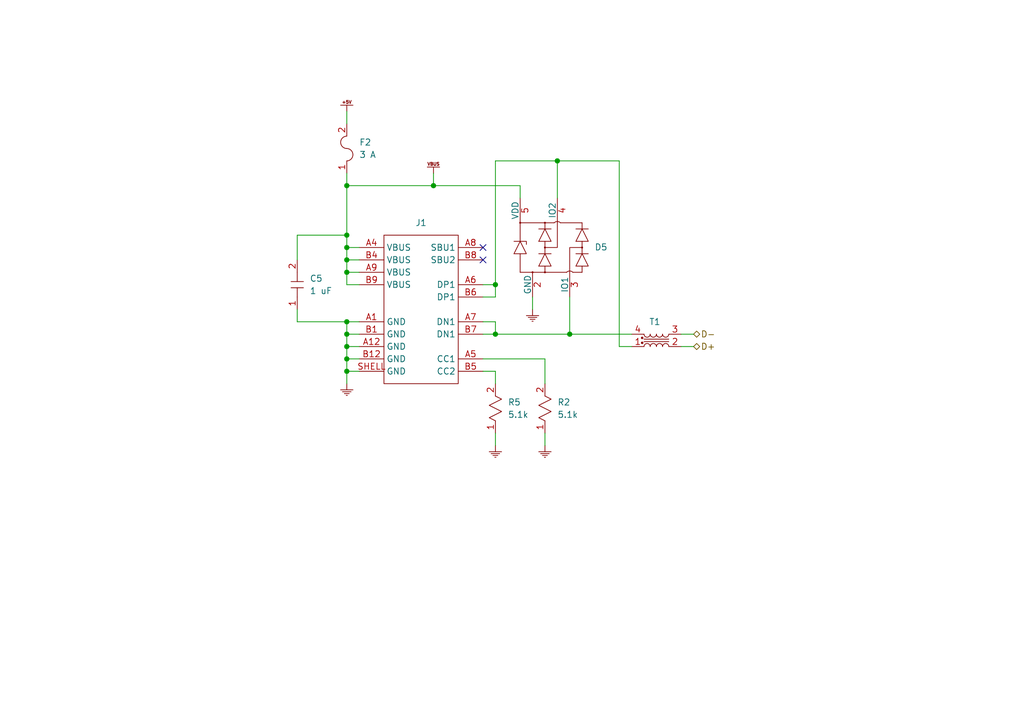
<source format=kicad_sch>
(kicad_sch (version 20230121) (generator eeschema)
  (paper "A5")
  (lib_symbols
    (symbol "+5V_1" (power) (pin_names (offset 0))
      (symbol "+5V_1_0_1"
        (polyline (pts (xy -1.27 1.27) (xy 1.27 1.27)))
        (polyline (pts (xy 0 0) (xy 0 1.27)))
      )
      (symbol "+5V_1_1_1"
        (text "+5V" (at 0 1.905 0) (effects (font (size 0.635 0.635))))
        (pin power_in line (at 0 0 90) (length 0) hide (name "+5V") (number "1"))
      )
    )
    (symbol "GND_2" (power) (pin_names (offset 0))
      (symbol "GND_2_0_1"
        (polyline (pts (xy -1.27 -1.27) (xy 1.27 -1.27)))
        (polyline (pts (xy -0.889 -1.651) (xy 0.889 -1.651)))
        (polyline (pts (xy -0.508 -2.032) (xy 0.508 -2.032)))
        (polyline (pts (xy -0.127 -2.413) (xy 0.127 -2.413)))
        (polyline (pts (xy 0 0) (xy 0 -1.27)))
      )
      (symbol "GND_2_1_1"
        (pin power_in line (at 0 0 270) (length 0) hide (name "GND") (number "1"))
      )
    )
    (symbol "GND_3" (power) (pin_names (offset 0))
      (symbol "GND_3_0_1"
        (polyline (pts (xy -1.27 -1.27) (xy 1.27 -1.27)))
        (polyline (pts (xy -0.889 -1.651) (xy 0.889 -1.651)))
        (polyline (pts (xy -0.508 -2.032) (xy 0.508 -2.032)))
        (polyline (pts (xy -0.127 -2.413) (xy 0.127 -2.413)))
        (polyline (pts (xy 0 0) (xy 0 -1.27)))
      )
      (symbol "GND_3_1_1"
        (pin power_in line (at 0 0 270) (length 0) hide (name "GND") (number "1"))
      )
    )
    (symbol "zandmd:744232090" (pin_names (offset 0))
      (property "Reference" "T" (at 0 0 0))
      (symbol "744232090_0_1"
        (polyline (pts (xy 2.54 1.016) (xy 7.62 1.016)))
        (polyline (pts (xy 2.54 1.524) (xy 7.62 1.524)))
        (arc (start 2.54 2.54) (mid 3.175 1.9162) (end 3.81 2.54))
        (arc (start 3.81 0) (mid 3.175 0.6238) (end 2.54 0))
        (arc (start 3.81 2.54) (mid 4.445 1.9162) (end 5.08 2.54))
        (arc (start 5.08 0) (mid 4.445 0.6238) (end 3.81 0))
        (arc (start 5.08 2.54) (mid 5.715 1.9162) (end 6.35 2.54))
        (arc (start 6.35 0) (mid 5.715 0.6238) (end 5.08 0))
        (arc (start 6.35 2.54) (mid 6.985 1.9162) (end 7.62 2.54))
        (arc (start 7.62 0) (mid 6.985 0.6238) (end 6.35 0))
      )
      (symbol "744232090_1_1"
        (circle (center 2.159 0.762) (radius 0.127) (stroke (width 0.254)))
        (circle (center 2.159 1.778) (radius 0.127) (stroke (width 0.254)))
        (pin passive line (at 0 0 0) (length 2.54) (name "") (number "1"))
        (pin passive line (at 10.16 0 180) (length 2.54) (name "") (number "2"))
        (pin passive line (at 10.16 2.54 180) (length 2.54) (name "") (number "3"))
        (pin passive line (at 0 2.54 0) (length 2.54) (name "") (number "4"))
      )
    )
    (symbol "zandmd:824011" (pin_names (offset 0))
      (property "Reference" "D" (at 0 0 0))
      (symbol "824011_0_1"
        (polyline (pts (xy 0 5.08) (xy 0 8.89)))
        (polyline (pts (xy 3.81 8.89) (xy 6.35 8.89)))
        (polyline (pts (xy 3.81 13.97) (xy 6.35 13.97)))
        (polyline (pts (xy 5.08 6.35) (xy 5.08 5.08)))
        (polyline (pts (xy 5.08 8.89) (xy 5.08 11.43)))
        (polyline (pts (xy 5.08 13.97) (xy 5.08 15.24)))
        (polyline (pts (xy 8.255 15.24) (xy 12.7 15.24)))
        (polyline (pts (xy 9.525 5.08) (xy 0 5.08)))
        (polyline (pts (xy 11.43 8.89) (xy 13.97 8.89)))
        (polyline (pts (xy 11.43 13.97) (xy 13.97 13.97)))
        (polyline (pts (xy 12.7 5.08) (xy 10.795 5.08)))
        (polyline (pts (xy 12.7 6.35) (xy 12.7 5.08)))
        (polyline (pts (xy 12.7 8.89) (xy 12.7 11.43)))
        (polyline (pts (xy 12.7 13.97) (xy 12.7 15.24)))
        (polyline (pts (xy -1.27 11.43) (xy 1.27 11.43) (xy 1.27 10.795)))
        (polyline (pts (xy 0 11.43) (xy 0 15.24) (xy 6.985 15.24)))
        (polyline (pts (xy 7.62 15.24) (xy 7.62 10.16) (xy 5.08 10.16)))
        (polyline (pts (xy 10.16 5.08) (xy 10.16 10.16) (xy 12.7 10.16)))
        (polyline (pts (xy -1.27 8.89) (xy 1.27 8.89) (xy 0 11.43) (xy -1.27 8.89)))
        (polyline (pts (xy 3.81 6.35) (xy 6.35 6.35) (xy 5.08 8.89) (xy 3.81 6.35)))
        (polyline (pts (xy 3.81 11.43) (xy 6.35 11.43) (xy 5.08 13.97) (xy 3.81 11.43)))
        (polyline (pts (xy 11.43 6.35) (xy 13.97 6.35) (xy 12.7 8.89) (xy 11.43 6.35)))
        (polyline (pts (xy 11.43 11.43) (xy 13.97 11.43) (xy 12.7 13.97) (xy 11.43 11.43)))
        (circle (center 0 15.24) (radius 0.127))
        (circle (center 2.54 5.08) (radius 0.127))
        (circle (center 5.08 5.08) (radius 0.127))
        (circle (center 5.08 10.16) (radius 0.127))
        (circle (center 5.08 15.24) (radius 0.127))
        (arc (start 8.255 15.24) (mid 7.62 15.503) (end 6.985 15.24))
        (arc (start 10.795 5.08) (mid 10.16 5.343) (end 9.525 5.08))
        (circle (center 12.7 10.16) (radius 0.127))
      )
      (symbol "824011_1_1"
        (pin passive line (at 2.54 0 90) (length 5.08) (name "GND") (number "2"))
        (pin passive line (at 10.16 0 90) (length 5.08) (name "IO1") (number "3"))
        (pin passive line (at 7.62 20.32 270) (length 5.08) (name "IO2") (number "4"))
        (pin power_in line (at 0 20.32 270) (length 5.08) (name "VDD") (number "5"))
      )
    )
    (symbol "zandmd:CAPACITOR" (pin_names (offset 0))
      (property "Reference" "C" (at 0 0 0))
      (property "Value" "C" (at 0 0 0))
      (symbol "CAPACITOR_0_1"
        (polyline (pts (xy 2.54 0) (xy 4.445 0)))
        (polyline (pts (xy 4.445 1.27) (xy 4.445 -1.27)))
        (polyline (pts (xy 5.715 1.27) (xy 5.715 -1.27)))
        (polyline (pts (xy 7.62 0) (xy 5.715 0)))
      )
      (symbol "CAPACITOR_1_1"
        (pin passive line (at 0 0 0) (length 2.54) (name "") (number "1"))
        (pin passive line (at 10.16 0 180) (length 2.54) (name "") (number "2"))
      )
    )
    (symbol "zandmd:GND" (power) (pin_names (offset 0))
      (symbol "GND_0_1"
        (polyline (pts (xy -1.27 -1.27) (xy 1.27 -1.27)))
        (polyline (pts (xy -0.889 -1.651) (xy 0.889 -1.651)))
        (polyline (pts (xy -0.508 -2.032) (xy 0.508 -2.032)))
        (polyline (pts (xy -0.127 -2.413) (xy 0.127 -2.413)))
        (polyline (pts (xy 0 0) (xy 0 -1.27)))
      )
      (symbol "GND_1_1"
        (pin power_in line (at 0 0 270) (length 0) hide (name "GND") (number "1"))
      )
    )
    (symbol "zandmd:PTC" (pin_names (offset 0))
      (property "Reference" "F" (at 0 0 0))
      (symbol "PTC_0_1"
        (arc (start 2.54 0) (mid 3.81 -1.2542) (end 5.08 0))
        (arc (start 7.62 0) (mid 6.35 1.2542) (end 5.08 0))
      )
      (symbol "PTC_1_1"
        (pin passive line (at 0 0 0) (length 2.54) (name "") (number "1"))
        (pin passive line (at 10.16 0 180) (length 2.54) (name "") (number "2"))
      )
    )
    (symbol "zandmd:RESISTOR" (pin_names (offset 0))
      (property "Reference" "R" (at 0 0 0))
      (property "Value" "R" (at 0 0 0))
      (symbol "RESISTOR_0_1"
        (polyline (pts (xy 2.54 0) (xy 3.175 1.27) (xy 4.445 -1.27) (xy 5.715 1.27) (xy 6.985 -1.27) (xy 7.62 0)))
      )
      (symbol "RESISTOR_1_1"
        (pin passive line (at 0 0 0) (length 2.54) (name "") (number "1"))
        (pin passive line (at 10.16 0 180) (length 2.54) (name "") (number "2"))
      )
    )
    (symbol "zandmd:USB4520-03-0-A"
      (property "Reference" "J" (at 0 0 0))
      (symbol "USB4520-03-0-A_0_1"
        (rectangle (start 5.08 30.48) (end 20.32 0))
      )
      (symbol "USB4520-03-0-A_1_1"
        (pin passive line (at 0 12.7 0) (length 5.08) (name "GND") (number "A1"))
        (pin passive line (at 0 7.62 0) (length 5.08) (name "GND") (number "A12"))
        (pin power_in line (at 0 27.94 0) (length 5.08) (name "VBUS") (number "A4"))
        (pin input line (at 25.4 5.08 180) (length 5.08) (name "CC1") (number "A5"))
        (pin bidirectional line (at 25.4 20.32 180) (length 5.08) (name "DP1") (number "A6"))
        (pin bidirectional line (at 25.4 12.7 180) (length 5.08) (name "DN1") (number "A7"))
        (pin bidirectional line (at 25.4 27.94 180) (length 5.08) (name "SBU1") (number "A8"))
        (pin power_in line (at 0 22.86 0) (length 5.08) (name "VBUS") (number "A9"))
        (pin passive line (at 0 10.16 0) (length 5.08) (name "GND") (number "B1"))
        (pin passive line (at 0 5.08 0) (length 5.08) (name "GND") (number "B12"))
        (pin power_in line (at 0 25.4 0) (length 5.08) (name "VBUS") (number "B4"))
        (pin input line (at 25.4 2.54 180) (length 5.08) (name "CC2") (number "B5"))
        (pin bidirectional line (at 25.4 17.78 180) (length 5.08) (name "DP1") (number "B6"))
        (pin bidirectional line (at 25.4 10.16 180) (length 5.08) (name "DN1") (number "B7"))
        (pin bidirectional line (at 25.4 25.4 180) (length 5.08) (name "SBU2") (number "B8"))
        (pin power_in line (at 0 20.32 0) (length 5.08) (name "VBUS") (number "B9"))
        (pin passive line (at 0 2.54 0) (length 5.08) (name "GND") (number "SHELL"))
      )
    )
    (symbol "zandmd:VBUS" (power) (pin_names (offset 0))
      (symbol "VBUS_0_1"
        (polyline (pts (xy -1.27 1.27) (xy 1.27 1.27)))
        (polyline (pts (xy 0 0) (xy 0 1.27)))
      )
      (symbol "VBUS_1_1"
        (text "VBUS" (at 0 1.905 0) (effects (font (size 0.635 0.635))))
        (pin power_in line (at 0 0 90) (length 0) hide (name "VBUS") (number "1"))
      )
    )
  )
  (junction (at 71.12 38.1))
  (junction (at 71.12 48.26))
  (junction (at 88.9 38.1))
  (junction (at 101.6 58.42))
  (junction (at 116.84 68.58))
  (junction (at 114.3 33.02))
  (junction (at 71.12 73.66))
  (junction (at 71.12 55.88))
  (junction (at 71.12 71.12))
  (junction (at 71.12 76.2))
  (junction (at 71.12 68.58))
  (junction (at 101.6 68.58))
  (junction (at 71.12 50.8))
  (junction (at 71.12 66.04))
  (junction (at 71.12 53.34))
  (no_connect (at 99.06 53.34))
  (no_connect (at 99.06 50.8))
  (wire (pts (xy 71.12 50.8) (xy 71.12 53.34)))
  (wire (pts (xy 99.06 68.58) (xy 101.6 68.58)))
  (wire (pts (xy 71.12 71.12) (xy 71.12 73.66)))
  (wire (pts (xy 73.66 71.12) (xy 71.12 71.12)))
  (wire (pts (xy 101.6 88.9) (xy 101.6 91.44)))
  (wire (pts (xy 101.6 33.02) (xy 114.3 33.02)))
  (wire (pts (xy 116.84 68.58) (xy 129.54 68.58)))
  (wire (pts (xy 71.12 38.1) (xy 88.9 38.1)))
  (wire (pts (xy 71.12 53.34) (xy 71.12 55.88)))
  (wire (pts (xy 73.66 76.2) (xy 71.12 76.2)))
  (wire (pts (xy 71.12 55.88) (xy 73.66 55.88)))
  (wire (pts (xy 114.3 33.02) (xy 114.3 40.64)))
  (wire (pts (xy 111.76 88.9) (xy 111.76 91.44)))
  (wire (pts (xy 60.96 66.04) (xy 71.12 66.04)))
  (wire (pts (xy 101.6 66.04) (xy 101.6 68.58)))
  (wire (pts (xy 71.12 73.66) (xy 71.12 76.2)))
  (wire (pts (xy 139.7 68.58) (xy 142.24 68.58)))
  (wire (pts (xy 99.06 76.2) (xy 101.6 76.2)))
  (wire (pts (xy 127 33.02) (xy 114.3 33.02)))
  (wire (pts (xy 127 33.02) (xy 127 71.12)))
  (wire (pts (xy 111.76 73.66) (xy 111.76 78.74)))
  (wire (pts (xy 99.06 60.96) (xy 101.6 60.96)))
  (wire (pts (xy 60.96 48.26) (xy 71.12 48.26)))
  (wire (pts (xy 60.96 63.5) (xy 60.96 66.04)))
  (wire (pts (xy 101.6 58.42) (xy 101.6 33.02)))
  (wire (pts (xy 106.68 38.1) (xy 106.68 40.64)))
  (wire (pts (xy 73.66 66.04) (xy 71.12 66.04)))
  (wire (pts (xy 71.12 66.04) (xy 71.12 68.58)))
  (wire (pts (xy 99.06 73.66) (xy 111.76 73.66)))
  (wire (pts (xy 99.06 66.04) (xy 101.6 66.04)))
  (wire (pts (xy 71.12 48.26) (xy 71.12 50.8)))
  (wire (pts (xy 71.12 55.88) (xy 71.12 58.42)))
  (wire (pts (xy 71.12 22.86) (xy 71.12 25.4)))
  (wire (pts (xy 101.6 78.74) (xy 101.6 76.2)))
  (wire (pts (xy 71.12 68.58) (xy 71.12 71.12)))
  (wire (pts (xy 101.6 68.58) (xy 116.84 68.58)))
  (wire (pts (xy 71.12 50.8) (xy 73.66 50.8)))
  (wire (pts (xy 73.66 68.58) (xy 71.12 68.58)))
  (wire (pts (xy 73.66 58.42) (xy 71.12 58.42)))
  (wire (pts (xy 88.9 38.1) (xy 106.68 38.1)))
  (wire (pts (xy 109.22 60.96) (xy 109.22 63.5)))
  (wire (pts (xy 101.6 60.96) (xy 101.6 58.42)))
  (wire (pts (xy 99.06 58.42) (xy 101.6 58.42)))
  (wire (pts (xy 139.7 71.12) (xy 142.24 71.12)))
  (wire (pts (xy 116.84 68.58) (xy 116.84 60.96)))
  (wire (pts (xy 88.9 35.56) (xy 88.9 38.1)))
  (wire (pts (xy 71.12 53.34) (xy 73.66 53.34)))
  (wire (pts (xy 71.12 76.2) (xy 71.12 78.74)))
  (wire (pts (xy 71.12 38.1) (xy 71.12 48.26)))
  (wire (pts (xy 73.66 73.66) (xy 71.12 73.66)))
  (wire (pts (xy 60.96 53.34) (xy 60.96 48.26)))
  (wire (pts (xy 71.12 35.56) (xy 71.12 38.1)))
  (wire (pts (xy 127 71.12) (xy 129.54 71.12)))
  (hierarchical_label "D+" (shape bidirectional) (at 142.24 71.12 0))
  (hierarchical_label "D-" (shape bidirectional) (at 142.24 68.58 0))
  (symbol (lib_id "zandmd:744232090") (at 129.54 71.12 0) (unit 1)
    (property "Reference" "T1" (at 134.3025 66.04 0))
    (property "Value" "744232090" (effects hide))
    (property "Footprint" "zandmd:744232090" (effects hide))
    (property "Datasheet" "https://www.we-online.com/components/products/datasheet/744232090.pdf" (effects hide))
    (property "Sim.Enable" "0" (effects hide))
  )
  (symbol (lib_id "zandmd:GND") (at 109.22 63.5 0) (unit 1)
    (property "Reference" "#PWR05" (effects hide))
    (property "Value" "GND" (effects hide))
  )
  (symbol (lib_name "+5V_1") (lib_id "zandmd:+5V") (at 71.12 22.86 0) (unit 1)
    (property "Reference" "#PWR01" (effects hide))
    (property "Value" "+5V" (effects hide))
  )
  (symbol (lib_id "zandmd:RESISTOR") (at 101.6 88.9 90) (unit 1)
    (property "Reference" "R5" (at 104.14 82.55 90) (effects (justify right)))
    (property "Value" "5.1k" (at 104.14 85.09 90) (effects (justify right)))
    (property "Footprint" "zandmd:PASSIVE-NPOL-0805" (effects hide))
    (property "Sim.Device" "R" (effects hide))
    (property "Sim.Pins" "1=+ 2=-" (effects hide))
  )
  (symbol (lib_id "zandmd:824011") (at 106.68 60.96 0) (unit 1)
    (property "Reference" "D5" (at 121.92 50.732 0) (effects (justify left)))
    (property "Value" "824011" (effects hide))
    (property "Footprint" "zandmd:824011" (effects hide))
    (property "Datasheet" "https://www.we-online.com/components/products/datasheet/824011.pdf" (effects hide))
    (property "Sim.Enable" "0" (effects hide))
  )
  (symbol (lib_id "zandmd:PTC") (at 71.12 35.56 90) (unit 1)
    (property "Reference" "F2" (at 73.66 29.21 90) (effects (justify right)))
    (property "Value" "3 A" (at 73.66 31.75 90) (effects (justify right)))
    (property "Footprint" "zandmd:PASSIVE-NPOL-1206" (effects hide))
    (property "Sim.Enable" "0" (effects hide))
  )
  (symbol (lib_id "zandmd:RESISTOR") (at 111.76 88.9 90) (unit 1)
    (property "Reference" "R2" (at 114.3 82.55 90) (effects (justify right)))
    (property "Value" "5.1k" (at 114.3 85.09 90) (effects (justify right)))
    (property "Footprint" "zandmd:PASSIVE-NPOL-0805" (effects hide))
    (property "Sim.Device" "R" (effects hide))
    (property "Sim.Pins" "1=+ 2=-" (effects hide))
  )
  (symbol (lib_name "GND_2") (lib_id "zandmd:GND") (at 101.6 91.44 0) (unit 1)
    (property "Reference" "#PWR03" (effects hide))
    (property "Value" "GND" (effects hide))
  )
  (symbol (lib_id "zandmd:VBUS") (at 88.9 35.56 0) (unit 1)
    (property "Reference" "#PWR013" (effects hide))
    (property "Value" "VBUS" (effects hide))
  )
  (symbol (lib_name "GND_3") (lib_id "zandmd:GND") (at 111.76 91.44 0) (unit 1)
    (property "Reference" "#PWR04" (effects hide))
    (property "Value" "GND" (effects hide))
  )
  (symbol (lib_id "zandmd:GND") (at 71.12 78.74 0) (unit 1)
    (property "Reference" "#PWR02" (effects hide))
    (property "Value" "GND" (effects hide))
  )
  (symbol (lib_id "zandmd:USB4520-03-0-A") (at 73.66 78.74 0) (unit 1)
    (property "Reference" "J1" (at 86.36 45.72 0))
    (property "Value" "USB4520-03-0-A" (effects hide))
    (property "Footprint" "zandmd:USB4520-03-0-A" (effects hide))
    (property "Datasheet" "https://gct.co/files/drawings/usb4520.pdf" (effects hide))
    (property "Sim.Enable" "0" (effects hide))
    (instances (project "programmer" (path "" (reference "J1") (unit 1)) (path "" (reference "J2") (unit 1))))
  )
  (symbol (lib_id "zandmd:CAPACITOR") (at 60.96 63.5 90) (unit 1)
    (property "Reference" "C5" (at 63.5 57.15 90) (effects (justify right)))
    (property "Value" "1 uF" (at 63.5 59.69 90) (effects (justify right)))
    (property "Footprint" "zandmd:PASSIVE-NPOL-0805" (effects hide))
    (property "Sim.Device" "C" (effects hide))
    (property "Sim.Pins" "1=+ 2=-" (effects hide))
  )
)
</source>
